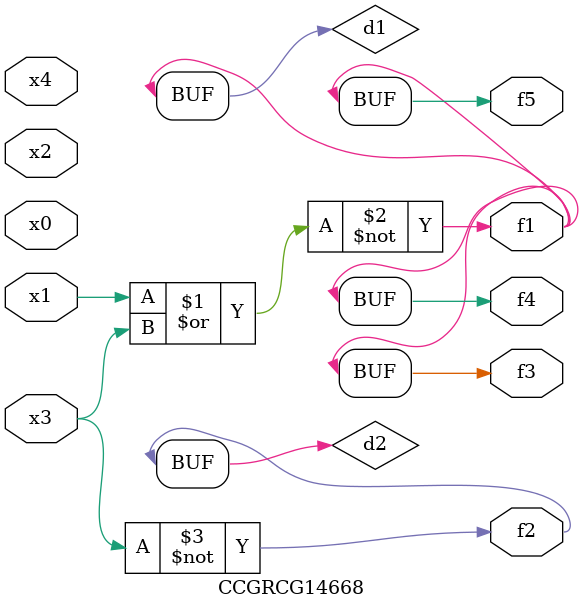
<source format=v>
module CCGRCG14668(
	input x0, x1, x2, x3, x4,
	output f1, f2, f3, f4, f5
);

	wire d1, d2;

	nor (d1, x1, x3);
	not (d2, x3);
	assign f1 = d1;
	assign f2 = d2;
	assign f3 = d1;
	assign f4 = d1;
	assign f5 = d1;
endmodule

</source>
